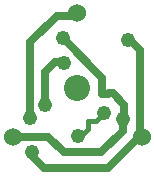
<source format=gbr>
G04 EasyPC Gerber Version 20.0.2 Build 4112 *
G04 #@! TF.Part,Single*
G04 #@! TF.FileFunction,Copper,L2,Bot *
%FSLAX25Y25*%
%MOIN*%
%ADD23C,0.01500*%
%ADD24C,0.02500*%
G04 #@! TA.AperFunction,ViaPad*
%ADD22C,0.04800*%
G04 #@! TA.AperFunction,WasherPad*
%ADD21C,0.06000*%
%ADD20C,0.08700*%
X0Y0D02*
D02*
D20*
X31500Y33050D03*
D02*
D21*
X10100Y16550D03*
X31500Y57850D03*
X53100Y16650D03*
D02*
D22*
X16000Y22950D03*
X16400Y11750D03*
X21000Y27350D03*
X26800Y49450D03*
X27200Y41350D03*
X31900Y16850D03*
X40600Y24550D03*
X47000Y22750D03*
X48500Y49050D03*
D02*
D23*
X40600Y24550D02*
X37838Y21788D01*
X35200*
Y19312*
X32738Y16850*
X31900*
X41900Y31050D02*
X42100Y31150D01*
D02*
D24*
X16000Y22950D02*
Y48150D01*
X24800Y56950*
X31400*
X31500Y57050*
Y57850*
X16400Y11750D02*
Y10350D01*
X20500Y6250*
X41900*
X52500Y16850*
Y45650*
X49100Y49050*
X48500*
X21000Y27350D02*
Y38350D01*
X24100Y41450*
X27900*
X27200Y41150*
Y41350*
X26800Y49450D02*
X40000Y36250D01*
Y31050*
X41900*
X42100Y31150D02*
X43500D01*
X47300Y27350*
Y22750*
X47000*
Y18750*
X39700Y11450*
X27200*
X21900Y16750*
X10400*
X10200Y16550*
X10100*
X0Y0D02*
M02*

</source>
